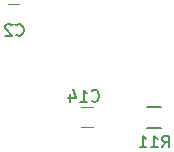
<source format=gbo>
G04 #@! TF.GenerationSoftware,KiCad,Pcbnew,no-vcs-found-2a3a699~58~ubuntu16.04.1*
G04 #@! TF.CreationDate,2017-05-22T10:07:49+03:00*
G04 #@! TF.ProjectId,interferometer,696E7465726665726F6D657465722E6B,1*
G04 #@! TF.FileFunction,Legend,Bot*
G04 #@! TF.FilePolarity,Positive*
%FSLAX46Y46*%
G04 Gerber Fmt 4.6, Leading zero omitted, Abs format (unit mm)*
G04 Created by KiCad (PCBNEW no-vcs-found-2a3a699~58~ubuntu16.04.1) date Mon May 22 10:07:49 2017*
%MOMM*%
%LPD*%
G01*
G04 APERTURE LIST*
%ADD10C,0.100000*%
%ADD11C,0.120000*%
%ADD12C,0.150000*%
G04 APERTURE END LIST*
D10*
D11*
X164584000Y-108165000D02*
X163584000Y-108165000D01*
X163584000Y-106465000D02*
X164584000Y-106465000D01*
D12*
X169199000Y-108190000D02*
X170399000Y-108190000D01*
X170399000Y-106440000D02*
X169199000Y-106440000D01*
D11*
X158361000Y-99402000D02*
X157361000Y-99402000D01*
X157361000Y-97702000D02*
X158361000Y-97702000D01*
D12*
X164472857Y-105894142D02*
X164520476Y-105941761D01*
X164663333Y-105989380D01*
X164758571Y-105989380D01*
X164901428Y-105941761D01*
X164996666Y-105846523D01*
X165044285Y-105751285D01*
X165091904Y-105560809D01*
X165091904Y-105417952D01*
X165044285Y-105227476D01*
X164996666Y-105132238D01*
X164901428Y-105037000D01*
X164758571Y-104989380D01*
X164663333Y-104989380D01*
X164520476Y-105037000D01*
X164472857Y-105084619D01*
X163520476Y-105989380D02*
X164091904Y-105989380D01*
X163806190Y-105989380D02*
X163806190Y-104989380D01*
X163901428Y-105132238D01*
X163996666Y-105227476D01*
X164091904Y-105275095D01*
X162663333Y-105322714D02*
X162663333Y-105989380D01*
X162901428Y-104941761D02*
X163139523Y-105656047D01*
X162520476Y-105656047D01*
X170441857Y-109867380D02*
X170775190Y-109391190D01*
X171013285Y-109867380D02*
X171013285Y-108867380D01*
X170632333Y-108867380D01*
X170537095Y-108915000D01*
X170489476Y-108962619D01*
X170441857Y-109057857D01*
X170441857Y-109200714D01*
X170489476Y-109295952D01*
X170537095Y-109343571D01*
X170632333Y-109391190D01*
X171013285Y-109391190D01*
X169489476Y-109867380D02*
X170060904Y-109867380D01*
X169775190Y-109867380D02*
X169775190Y-108867380D01*
X169870428Y-109010238D01*
X169965666Y-109105476D01*
X170060904Y-109153095D01*
X168537095Y-109867380D02*
X169108523Y-109867380D01*
X168822809Y-109867380D02*
X168822809Y-108867380D01*
X168918047Y-109010238D01*
X169013285Y-109105476D01*
X169108523Y-109153095D01*
X158103866Y-100331542D02*
X158151485Y-100379161D01*
X158294342Y-100426780D01*
X158389580Y-100426780D01*
X158532438Y-100379161D01*
X158627676Y-100283923D01*
X158675295Y-100188685D01*
X158722914Y-99998209D01*
X158722914Y-99855352D01*
X158675295Y-99664876D01*
X158627676Y-99569638D01*
X158532438Y-99474400D01*
X158389580Y-99426780D01*
X158294342Y-99426780D01*
X158151485Y-99474400D01*
X158103866Y-99522019D01*
X157722914Y-99522019D02*
X157675295Y-99474400D01*
X157580057Y-99426780D01*
X157341961Y-99426780D01*
X157246723Y-99474400D01*
X157199104Y-99522019D01*
X157151485Y-99617257D01*
X157151485Y-99712495D01*
X157199104Y-99855352D01*
X157770533Y-100426780D01*
X157151485Y-100426780D01*
M02*

</source>
